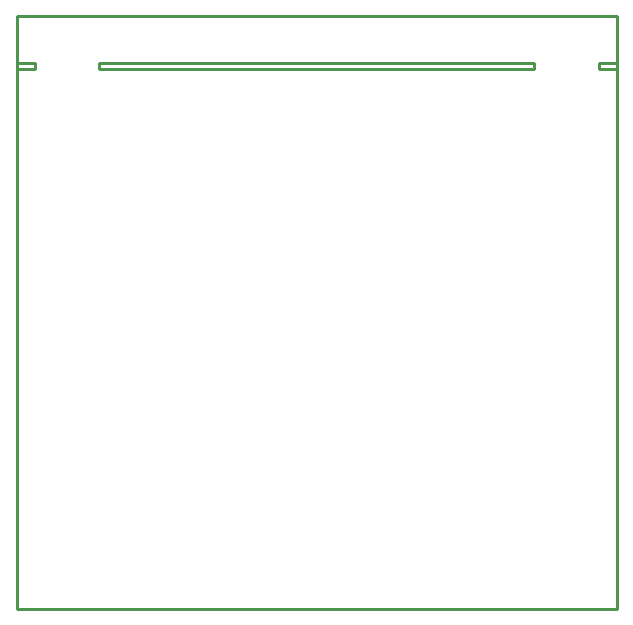
<source format=gko>
G04 Layer: BoardOutline*
G04 EasyEDA v6.4.17, 2021-03-03T10:10:01+01:00*
G04 9d4de0552c0a465fbb9a068f9b96be7d,b771c775d4444e86a06a5321f8c966cb,10*
G04 Gerber Generator version 0.2*
G04 Scale: 100 percent, Rotated: No, Reflected: No *
G04 Dimensions in inches *
G04 leading zeros omitted , absolute positions ,3 integer and 6 decimal *
%FSLAX36Y36*%
%MOIN*%

%ADD10C,0.0100*%
D10*
X400000Y200000D02*
G01*
X400000Y375000D01*
X2400000Y375000D01*
X2400000Y-1600000D01*
X400000Y-1600000D01*
X400000Y200000D01*
X400000Y220000D02*
G01*
X460000Y220000D01*
X460000Y220000D02*
G01*
X460000Y200000D01*
X460000Y200000D02*
G01*
X400000Y200000D01*
X400000Y200000D02*
G01*
X400000Y220000D01*
X675000Y220000D02*
G01*
X2125000Y220000D01*
X2125000Y220000D02*
G01*
X2125000Y200000D01*
X2125000Y200000D02*
G01*
X675000Y200000D01*
X675000Y200000D02*
G01*
X675000Y220000D01*
X2400000Y199398D02*
G01*
X2340000Y200000D01*
X2340000Y200000D02*
G01*
X2340000Y220000D01*
X2340000Y220000D02*
G01*
X2400000Y219398D01*
X2400000Y219398D02*
G01*
X2400000Y199398D01*

%LPD*%
M02*

</source>
